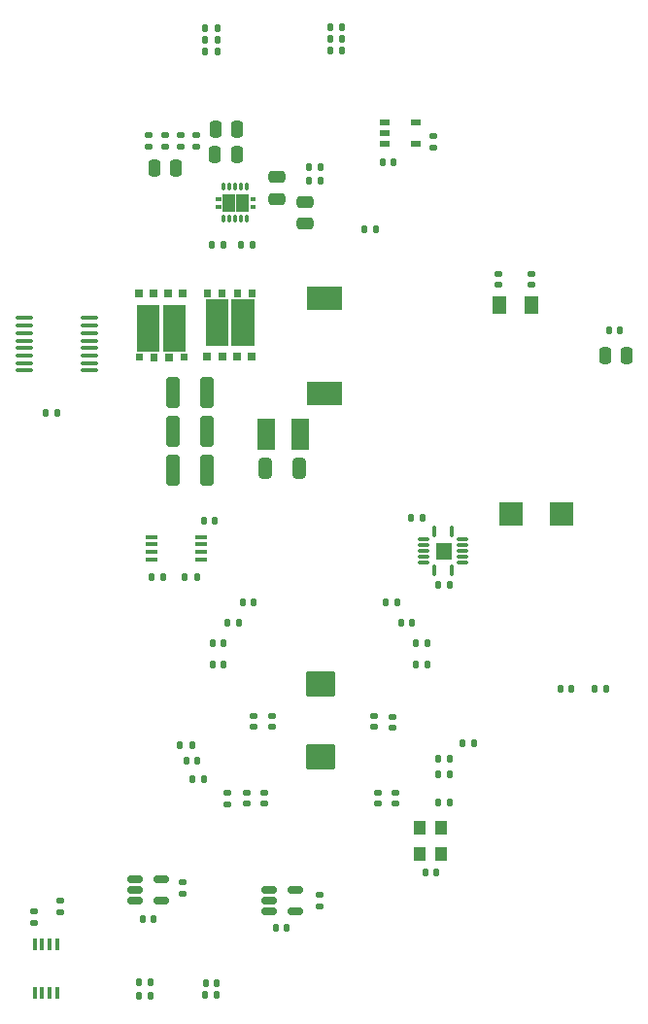
<source format=gbr>
%TF.GenerationSoftware,KiCad,Pcbnew,7.0.6-0*%
%TF.CreationDate,2023-08-11T12:33:22-04:00*%
%TF.ProjectId,bitaxeMax,62697461-7865-44d6-9178-2e6b69636164,rev?*%
%TF.SameCoordinates,Original*%
%TF.FileFunction,Paste,Top*%
%TF.FilePolarity,Positive*%
%FSLAX46Y46*%
G04 Gerber Fmt 4.6, Leading zero omitted, Abs format (unit mm)*
G04 Created by KiCad (PCBNEW 7.0.6-0) date 2023-08-11 12:33:22*
%MOMM*%
%LPD*%
G01*
G04 APERTURE LIST*
G04 Aperture macros list*
%AMRoundRect*
0 Rectangle with rounded corners*
0 $1 Rounding radius*
0 $2 $3 $4 $5 $6 $7 $8 $9 X,Y pos of 4 corners*
0 Add a 4 corners polygon primitive as box body*
4,1,4,$2,$3,$4,$5,$6,$7,$8,$9,$2,$3,0*
0 Add four circle primitives for the rounded corners*
1,1,$1+$1,$2,$3*
1,1,$1+$1,$4,$5*
1,1,$1+$1,$6,$7*
1,1,$1+$1,$8,$9*
0 Add four rect primitives between the rounded corners*
20,1,$1+$1,$2,$3,$4,$5,0*
20,1,$1+$1,$4,$5,$6,$7,0*
20,1,$1+$1,$6,$7,$8,$9,0*
20,1,$1+$1,$8,$9,$2,$3,0*%
G04 Aperture macros list end*
%ADD10C,0.010000*%
%ADD11C,0.001000*%
%ADD12RoundRect,0.135000X-0.135000X-0.185000X0.135000X-0.185000X0.135000X0.185000X-0.135000X0.185000X0*%
%ADD13RoundRect,0.250000X0.475000X-0.250000X0.475000X0.250000X-0.475000X0.250000X-0.475000X-0.250000X0*%
%ADD14RoundRect,0.140000X0.140000X0.170000X-0.140000X0.170000X-0.140000X-0.170000X0.140000X-0.170000X0*%
%ADD15RoundRect,0.100000X-0.637500X-0.100000X0.637500X-0.100000X0.637500X0.100000X-0.637500X0.100000X0*%
%ADD16RoundRect,0.140000X-0.170000X0.140000X-0.170000X-0.140000X0.170000X-0.140000X0.170000X0.140000X0*%
%ADD17R,2.000000X2.000000*%
%ADD18RoundRect,0.135000X-0.185000X0.135000X-0.185000X-0.135000X0.185000X-0.135000X0.185000X0.135000X0*%
%ADD19RoundRect,0.250000X0.250000X0.475000X-0.250000X0.475000X-0.250000X-0.475000X0.250000X-0.475000X0*%
%ADD20RoundRect,0.135000X0.135000X0.185000X-0.135000X0.185000X-0.135000X-0.185000X0.135000X-0.185000X0*%
%ADD21RoundRect,0.250000X-0.475000X0.250000X-0.475000X-0.250000X0.475000X-0.250000X0.475000X0.250000X0*%
%ADD22RoundRect,0.250000X-0.250000X-0.475000X0.250000X-0.475000X0.250000X0.475000X-0.250000X0.475000X0*%
%ADD23R,1.168400X1.600200*%
%ADD24RoundRect,0.150000X-0.512500X-0.150000X0.512500X-0.150000X0.512500X0.150000X-0.512500X0.150000X0*%
%ADD25RoundRect,0.140000X0.170000X-0.140000X0.170000X0.140000X-0.170000X0.140000X-0.170000X-0.140000X0*%
%ADD26R,0.400000X1.100000*%
%ADD27RoundRect,0.140000X-0.140000X-0.170000X0.140000X-0.170000X0.140000X0.170000X-0.140000X0.170000X0*%
%ADD28RoundRect,0.007800X-0.122200X0.442200X-0.122200X-0.442200X0.122200X-0.442200X0.122200X0.442200X0*%
%ADD29RoundRect,0.007800X-0.442200X-0.122200X0.442200X-0.122200X0.442200X0.122200X-0.442200X0.122200X0*%
%ADD30R,3.100000X2.000000*%
%ADD31RoundRect,0.135000X0.185000X-0.135000X0.185000X0.135000X-0.185000X0.135000X-0.185000X-0.135000X0*%
%ADD32R,1.100000X0.400000*%
%ADD33RoundRect,0.250000X-1.025000X0.875000X-1.025000X-0.875000X1.025000X-0.875000X1.025000X0.875000X0*%
%ADD34R,0.700000X0.800000*%
%ADD35RoundRect,0.007874X-0.112126X0.292126X-0.112126X-0.292126X0.112126X-0.292126X0.112126X0.292126X0*%
%ADD36R,1.600000X2.700000*%
%ADD37RoundRect,0.250000X-0.325000X-1.100000X0.325000X-1.100000X0.325000X1.100000X-0.325000X1.100000X0*%
%ADD38R,1.100000X1.300000*%
%ADD39RoundRect,0.250000X0.325000X0.650000X-0.325000X0.650000X-0.325000X-0.650000X0.325000X-0.650000X0*%
%ADD40R,0.952500X0.558800*%
G04 APERTURE END LIST*
%TO.C,U2*%
D10*
X116980000Y-100433600D02*
X115680000Y-100433600D01*
X115680000Y-99133600D01*
X116980000Y-99133600D01*
X116980000Y-100433600D01*
G36*
X116980000Y-100433600D02*
G01*
X115680000Y-100433600D01*
X115680000Y-99133600D01*
X116980000Y-99133600D01*
X116980000Y-100433600D01*
G37*
%TO.C,Q2*%
X98591600Y-77590200D02*
X98061600Y-77580200D01*
X98061600Y-77020200D01*
X98591600Y-77020200D01*
X98591600Y-77590200D01*
G36*
X98591600Y-77590200D02*
G01*
X98061600Y-77580200D01*
X98061600Y-77020200D01*
X98591600Y-77020200D01*
X98591600Y-77590200D01*
G37*
X97291600Y-77590200D02*
X96761600Y-77580200D01*
X96761600Y-77020200D01*
X97291600Y-77020200D01*
X97291600Y-77590200D01*
G36*
X97291600Y-77590200D02*
G01*
X96761600Y-77580200D01*
X96761600Y-77020200D01*
X97291600Y-77020200D01*
X97291600Y-77590200D01*
G37*
X99881600Y-77610200D02*
X99351600Y-77600200D01*
X99351600Y-77040200D01*
X99881600Y-77040200D01*
X99881600Y-77610200D01*
G36*
X99881600Y-77610200D02*
G01*
X99351600Y-77600200D01*
X99351600Y-77040200D01*
X99881600Y-77040200D01*
X99881600Y-77610200D01*
G37*
X95991600Y-77610200D02*
X95461600Y-77600200D01*
X95461600Y-77040200D01*
X95991600Y-77040200D01*
X95991600Y-77610200D01*
G36*
X95991600Y-77610200D02*
G01*
X95461600Y-77600200D01*
X95461600Y-77040200D01*
X95991600Y-77040200D01*
X95991600Y-77610200D01*
G37*
X97521600Y-81790200D02*
X95601600Y-81790200D01*
X95601600Y-77810200D01*
X97521600Y-77810200D01*
X97521600Y-81790200D01*
G36*
X97521600Y-81790200D02*
G01*
X95601600Y-81790200D01*
X95601600Y-77810200D01*
X97521600Y-77810200D01*
X97521600Y-81790200D01*
G37*
X99801600Y-81800200D02*
X97881600Y-81800200D01*
X97881600Y-77820200D01*
X99801600Y-77820200D01*
X99801600Y-81800200D01*
G36*
X99801600Y-81800200D02*
G01*
X97881600Y-81800200D01*
X97881600Y-77820200D01*
X99801600Y-77820200D01*
X99801600Y-81800200D01*
G37*
%TO.C,U9*%
D11*
X99901691Y-69222200D02*
X99531691Y-69222200D01*
X99531691Y-68972200D01*
X99901691Y-68972200D01*
X99901691Y-69222200D01*
G36*
X99901691Y-69222200D02*
G01*
X99531691Y-69222200D01*
X99531691Y-68972200D01*
X99901691Y-68972200D01*
X99901691Y-69222200D01*
G37*
X96871691Y-69222200D02*
X96501691Y-69222200D01*
X96501691Y-68972200D01*
X96871691Y-68972200D01*
X96871691Y-69222200D01*
G36*
X96871691Y-69222200D02*
G01*
X96501691Y-69222200D01*
X96501691Y-68972200D01*
X96871691Y-68972200D01*
X96871691Y-69222200D01*
G37*
X99901691Y-69872200D02*
X99531691Y-69872200D01*
X99531691Y-69622200D01*
X99901691Y-69622200D01*
X99901691Y-69872200D01*
G36*
X99901691Y-69872200D02*
G01*
X99531691Y-69872200D01*
X99531691Y-69622200D01*
X99901691Y-69622200D01*
X99901691Y-69872200D01*
G37*
X96871691Y-69872200D02*
X96501691Y-69872200D01*
X96501691Y-69622200D01*
X96871691Y-69622200D01*
X96871691Y-69872200D01*
G36*
X96871691Y-69872200D02*
G01*
X96501691Y-69872200D01*
X96501691Y-69622200D01*
X96871691Y-69622200D01*
X96871691Y-69872200D01*
G37*
X99311691Y-70132200D02*
X98301691Y-70132200D01*
X98301691Y-68682200D01*
X99311691Y-68682200D01*
X99311691Y-70132200D01*
G36*
X99311691Y-70132200D02*
G01*
X98301691Y-70132200D01*
X98301691Y-68682200D01*
X99311691Y-68682200D01*
X99311691Y-70132200D01*
G37*
X98091691Y-70132200D02*
X97081691Y-70132200D01*
X97081691Y-68682200D01*
X98091691Y-68682200D01*
X98091691Y-70132200D01*
G36*
X98091691Y-70132200D02*
G01*
X97081691Y-70132200D01*
X97081691Y-68682200D01*
X98091691Y-68682200D01*
X98091691Y-70132200D01*
G37*
%TO.C,Q1*%
D10*
X91339887Y-82596364D02*
X91339887Y-83156364D01*
X90809887Y-83156364D01*
X90809887Y-82586364D01*
X91339887Y-82596364D01*
G36*
X91339887Y-82596364D02*
G01*
X91339887Y-83156364D01*
X90809887Y-83156364D01*
X90809887Y-82586364D01*
X91339887Y-82596364D01*
G37*
X92639887Y-82596364D02*
X92639887Y-83156364D01*
X92109887Y-83156364D01*
X92109887Y-82586364D01*
X92639887Y-82596364D01*
G36*
X92639887Y-82596364D02*
G01*
X92639887Y-83156364D01*
X92109887Y-83156364D01*
X92109887Y-82586364D01*
X92639887Y-82596364D01*
G37*
X90049887Y-82576364D02*
X90049887Y-83136364D01*
X89519887Y-83136364D01*
X89519887Y-82566364D01*
X90049887Y-82576364D01*
G36*
X90049887Y-82576364D02*
G01*
X90049887Y-83136364D01*
X89519887Y-83136364D01*
X89519887Y-82566364D01*
X90049887Y-82576364D01*
G37*
X93939887Y-82576364D02*
X93939887Y-83136364D01*
X93409887Y-83136364D01*
X93409887Y-82566364D01*
X93939887Y-82576364D01*
G36*
X93939887Y-82576364D02*
G01*
X93939887Y-83136364D01*
X93409887Y-83136364D01*
X93409887Y-82566364D01*
X93939887Y-82576364D01*
G37*
X93799887Y-82366364D02*
X91879887Y-82366364D01*
X91879887Y-78386364D01*
X93799887Y-78386364D01*
X93799887Y-82366364D01*
G36*
X93799887Y-82366364D02*
G01*
X91879887Y-82366364D01*
X91879887Y-78386364D01*
X93799887Y-78386364D01*
X93799887Y-82366364D01*
G37*
X91519887Y-82356364D02*
X89599887Y-82356364D01*
X89599887Y-78376364D01*
X91519887Y-78376364D01*
X91519887Y-82356364D01*
G36*
X91519887Y-82356364D02*
G01*
X89599887Y-82356364D01*
X89599887Y-78376364D01*
X91519887Y-78376364D01*
X91519887Y-82356364D01*
G37*
%TD*%
D12*
%TO.C,R26*%
X95600000Y-55220000D03*
X96620000Y-55220000D03*
%TD*%
D13*
%TO.C,C43*%
X104265600Y-71247800D03*
X104265600Y-69347800D03*
%TD*%
D14*
%TO.C,C19*%
X116860000Y-102703600D03*
X115900000Y-102703600D03*
%TD*%
D15*
%TO.C,U8*%
X79777500Y-79495000D03*
X79777500Y-80145000D03*
X79777500Y-80795000D03*
X79777500Y-81445000D03*
X79777500Y-82095000D03*
X79777500Y-82745000D03*
X79777500Y-83395000D03*
X79777500Y-84045000D03*
X85502500Y-84045000D03*
X85502500Y-83395000D03*
X85502500Y-82745000D03*
X85502500Y-82095000D03*
X85502500Y-81445000D03*
X85502500Y-80795000D03*
X85502500Y-80145000D03*
X85502500Y-79495000D03*
%TD*%
D16*
%TO.C,C7*%
X99820000Y-114150000D03*
X99820000Y-115110000D03*
%TD*%
D17*
%TO.C,D1*%
X122260000Y-96520000D03*
X126660000Y-96520000D03*
%TD*%
D12*
%TO.C,R7*%
X93400000Y-116670000D03*
X94420000Y-116670000D03*
%TD*%
D18*
%TO.C,R13*%
X90649600Y-63569000D03*
X90649600Y-64589000D03*
%TD*%
D14*
%TO.C,C1*%
X115730000Y-127810000D03*
X114770000Y-127810000D03*
%TD*%
D19*
%TO.C,C41*%
X98355400Y-63005800D03*
X96455400Y-63005800D03*
%TD*%
D20*
%TO.C,R1*%
X119000000Y-116520000D03*
X117980000Y-116520000D03*
%TD*%
D14*
%TO.C,C3*%
X114920000Y-107790000D03*
X113960000Y-107790000D03*
%TD*%
D21*
%TO.C,C38*%
X101783000Y-67211600D03*
X101783000Y-69111600D03*
%TD*%
D12*
%TO.C,R27*%
X106450000Y-55180000D03*
X107470000Y-55180000D03*
%TD*%
D16*
%TO.C,C25*%
X105540000Y-129760000D03*
X105540000Y-130720000D03*
%TD*%
D22*
%TO.C,C45*%
X91120000Y-66420000D03*
X93020000Y-66420000D03*
%TD*%
D23*
%TO.C,Y1*%
X124017400Y-78349000D03*
X121172600Y-78349000D03*
%TD*%
D24*
%TO.C,U5*%
X89482500Y-128390000D03*
X89482500Y-129340000D03*
X89482500Y-130290000D03*
X91757500Y-130290000D03*
X91757500Y-128390000D03*
%TD*%
D22*
%TO.C,C51*%
X130440000Y-82740000D03*
X132340000Y-82740000D03*
%TD*%
D18*
%TO.C,R6*%
X97500000Y-120830000D03*
X97500000Y-121850000D03*
%TD*%
D24*
%TO.C,U6*%
X101182500Y-129290000D03*
X101182500Y-130240000D03*
X101182500Y-131190000D03*
X103457500Y-131190000D03*
X103457500Y-129290000D03*
%TD*%
D14*
%TO.C,C50*%
X127480000Y-111760000D03*
X126520000Y-111760000D03*
%TD*%
D25*
%TO.C,C4*%
X110660000Y-121800000D03*
X110660000Y-120840000D03*
%TD*%
D26*
%TO.C,U7*%
X82655000Y-134030000D03*
X82005000Y-134030000D03*
X81355000Y-134030000D03*
X80705000Y-134030000D03*
X80705000Y-138330000D03*
X81355000Y-138330000D03*
X82005000Y-138330000D03*
X82655000Y-138330000D03*
%TD*%
D14*
%TO.C,C12*%
X99780000Y-104240000D03*
X98820000Y-104240000D03*
%TD*%
D27*
%TO.C,C52*%
X130790000Y-80550000D03*
X131750000Y-80550000D03*
%TD*%
D12*
%TO.C,R29*%
X106450000Y-56190000D03*
X107470000Y-56190000D03*
%TD*%
D25*
%TO.C,C30*%
X124043000Y-76576000D03*
X124043000Y-75616000D03*
%TD*%
D28*
%TO.C,U2*%
X115580000Y-98098600D03*
D29*
X114645000Y-98783600D03*
X114645000Y-99283600D03*
X114645000Y-99783600D03*
X114645000Y-100283600D03*
X114645000Y-100783600D03*
D28*
X115580000Y-101468600D03*
X117080000Y-101468600D03*
D29*
X118015000Y-100783600D03*
X118015000Y-100283600D03*
X118015000Y-99783600D03*
X118015000Y-99283600D03*
X118015000Y-98783600D03*
D28*
X117080000Y-98098600D03*
%TD*%
D18*
%TO.C,R10*%
X94828800Y-63573600D03*
X94828800Y-64593600D03*
%TD*%
D30*
%TO.C,L1*%
X106000600Y-77761400D03*
X106000600Y-86081400D03*
%TD*%
D31*
%TO.C,R15*%
X93465000Y-64589000D03*
X93465000Y-63569000D03*
%TD*%
D14*
%TO.C,C15*%
X98490000Y-106040000D03*
X97530000Y-106040000D03*
%TD*%
D20*
%TO.C,R16*%
X94840000Y-102040000D03*
X93820000Y-102040000D03*
%TD*%
D14*
%TO.C,C32*%
X94900000Y-118050000D03*
X93940000Y-118050000D03*
%TD*%
D25*
%TO.C,C16*%
X100710000Y-121800000D03*
X100710000Y-120840000D03*
%TD*%
D20*
%TO.C,R3*%
X116920000Y-117890000D03*
X115900000Y-117890000D03*
%TD*%
D16*
%TO.C,C49*%
X115489000Y-63645000D03*
X115489000Y-64605000D03*
%TD*%
D27*
%TO.C,C18*%
X96250000Y-109680000D03*
X97210000Y-109680000D03*
%TD*%
D19*
%TO.C,C40*%
X98333000Y-65268000D03*
X96433000Y-65268000D03*
%TD*%
D32*
%TO.C,U10*%
X90890000Y-98565000D03*
X90890000Y-99215000D03*
X90890000Y-99865000D03*
X90890000Y-100515000D03*
X95190000Y-100515000D03*
X95190000Y-99865000D03*
X95190000Y-99215000D03*
X95190000Y-98565000D03*
%TD*%
D27*
%TO.C,C39*%
X104635400Y-67480800D03*
X105595400Y-67480800D03*
%TD*%
D25*
%TO.C,C31*%
X121159000Y-76585000D03*
X121159000Y-75625000D03*
%TD*%
D14*
%TO.C,C35*%
X82650000Y-87720000D03*
X81690000Y-87720000D03*
%TD*%
D16*
%TO.C,C10*%
X110280000Y-114170000D03*
X110280000Y-115130000D03*
%TD*%
%TO.C,C11*%
X101370000Y-114140000D03*
X101370000Y-115100000D03*
%TD*%
D18*
%TO.C,R14*%
X92057300Y-63569000D03*
X92057300Y-64589000D03*
%TD*%
D12*
%TO.C,R11*%
X104604000Y-66292000D03*
X105624000Y-66292000D03*
%TD*%
D25*
%TO.C,C14*%
X99190000Y-121800000D03*
X99190000Y-120840000D03*
%TD*%
D33*
%TO.C,C13*%
X105600000Y-111360000D03*
X105600000Y-117760000D03*
%TD*%
D34*
%TO.C,Q2*%
X95751600Y-82862700D03*
X97049900Y-82862700D03*
X98313300Y-82862700D03*
X99611600Y-82862700D03*
%TD*%
D25*
%TO.C,C33*%
X82970000Y-131240000D03*
X82970000Y-130280000D03*
%TD*%
D27*
%TO.C,C44*%
X95450000Y-97140000D03*
X96410000Y-97140000D03*
%TD*%
D35*
%TO.C,U9*%
X99201691Y-68022200D03*
X98701691Y-68022200D03*
X98171691Y-68022200D03*
X97701691Y-68022200D03*
X97201691Y-68022200D03*
X97201691Y-70822200D03*
X97701691Y-70822200D03*
X98201691Y-70822200D03*
X98701691Y-70822200D03*
X99201691Y-70822200D03*
%TD*%
D12*
%TO.C,R36*%
X95580000Y-138500000D03*
X96600000Y-138500000D03*
%TD*%
D27*
%TO.C,C22*%
X90120000Y-131850000D03*
X91080000Y-131850000D03*
%TD*%
D14*
%TO.C,C6*%
X113620000Y-106030000D03*
X112660000Y-106030000D03*
%TD*%
D36*
%TO.C,C46*%
X103851600Y-89640200D03*
X100851600Y-89640200D03*
%TD*%
D34*
%TO.C,Q1*%
X93649887Y-77313864D03*
X92351587Y-77313864D03*
X91088187Y-77313864D03*
X89789887Y-77313864D03*
%TD*%
D12*
%TO.C,R25*%
X89810000Y-138540000D03*
X90830000Y-138540000D03*
%TD*%
%TO.C,R17*%
X90910000Y-102040000D03*
X91930000Y-102040000D03*
%TD*%
D27*
%TO.C,C42*%
X96189800Y-73128000D03*
X97149800Y-73128000D03*
%TD*%
D20*
%TO.C,R20*%
X130560000Y-111760000D03*
X129540000Y-111760000D03*
%TD*%
D37*
%TO.C,C34*%
X92806600Y-85970200D03*
X95756600Y-85970200D03*
%TD*%
D38*
%TO.C,U1*%
X116140000Y-126170000D03*
X116140000Y-123870000D03*
X114240000Y-123870000D03*
X114240000Y-126170000D03*
%TD*%
D12*
%TO.C,R12*%
X98650200Y-73123400D03*
X99670200Y-73123400D03*
%TD*%
D20*
%TO.C,R4*%
X110465000Y-71760000D03*
X109445000Y-71760000D03*
%TD*%
D27*
%TO.C,C2*%
X113960000Y-109650000D03*
X114920000Y-109650000D03*
%TD*%
D20*
%TO.C,R24*%
X90800000Y-137350000D03*
X89780000Y-137350000D03*
%TD*%
D27*
%TO.C,C23*%
X101730000Y-132610000D03*
X102690000Y-132610000D03*
%TD*%
D25*
%TO.C,C5*%
X112160000Y-121800000D03*
X112160000Y-120840000D03*
%TD*%
D20*
%TO.C,R2*%
X116890000Y-121740000D03*
X115870000Y-121740000D03*
%TD*%
D31*
%TO.C,R9*%
X80700000Y-132210000D03*
X80700000Y-131190000D03*
%TD*%
D14*
%TO.C,C17*%
X97210000Y-107780000D03*
X96250000Y-107780000D03*
%TD*%
D12*
%TO.C,R22*%
X106450000Y-54180000D03*
X107470000Y-54180000D03*
%TD*%
D14*
%TO.C,C8*%
X112290000Y-104240000D03*
X111330000Y-104240000D03*
%TD*%
D27*
%TO.C,C29*%
X95640000Y-137410000D03*
X96600000Y-137410000D03*
%TD*%
%TO.C,C27*%
X111051000Y-65931000D03*
X112011000Y-65931000D03*
%TD*%
D14*
%TO.C,C20*%
X114490000Y-96873600D03*
X113530000Y-96873600D03*
%TD*%
D12*
%TO.C,R21*%
X95600000Y-54220000D03*
X96620000Y-54220000D03*
%TD*%
D39*
%TO.C,C47*%
X103786600Y-92610200D03*
X100836600Y-92610200D03*
%TD*%
D16*
%TO.C,C24*%
X93630000Y-128670000D03*
X93630000Y-129630000D03*
%TD*%
D20*
%TO.C,R5*%
X116920000Y-119250000D03*
X115900000Y-119250000D03*
%TD*%
D37*
%TO.C,C36*%
X92766600Y-89380200D03*
X95716600Y-89380200D03*
%TD*%
D16*
%TO.C,C9*%
X111870000Y-114230000D03*
X111870000Y-115190000D03*
%TD*%
D40*
%TO.C,U11*%
X111185050Y-62440200D03*
X111185050Y-63380000D03*
X111185050Y-64319800D03*
X113940950Y-64319800D03*
X113940950Y-62440200D03*
%TD*%
D37*
%TO.C,C37*%
X92766600Y-92740200D03*
X95716600Y-92740200D03*
%TD*%
D12*
%TO.C,R28*%
X95600000Y-56220000D03*
X96620000Y-56220000D03*
%TD*%
D20*
%TO.C,R8*%
X95500000Y-119670000D03*
X94480000Y-119670000D03*
%TD*%
M02*

</source>
